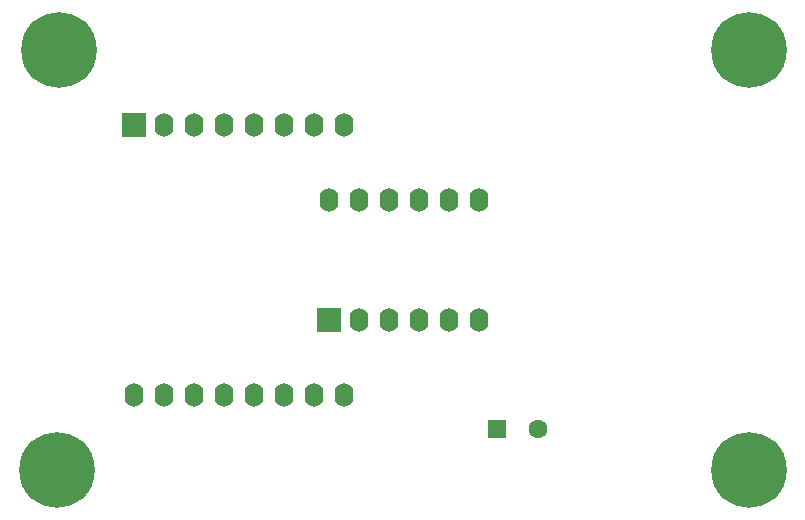
<source format=gts>
G04 #@! TF.GenerationSoftware,KiCad,Pcbnew,9.0.2*
G04 #@! TF.CreationDate,2025-06-10T21:22:11+02:00*
G04 #@! TF.ProjectId,n-teller,6e2d7465-6c6c-4657-922e-6b696361645f,1.0*
G04 #@! TF.SameCoordinates,Original*
G04 #@! TF.FileFunction,Soldermask,Top*
G04 #@! TF.FilePolarity,Negative*
%FSLAX46Y46*%
G04 Gerber Fmt 4.6, Leading zero omitted, Abs format (unit mm)*
G04 Created by KiCad (PCBNEW 9.0.2) date 2025-06-10 21:22:11*
%MOMM*%
%LPD*%
G01*
G04 APERTURE LIST*
G04 Aperture macros list*
%AMRoundRect*
0 Rectangle with rounded corners*
0 $1 Rounding radius*
0 $2 $3 $4 $5 $6 $7 $8 $9 X,Y pos of 4 corners*
0 Add a 4 corners polygon primitive as box body*
4,1,4,$2,$3,$4,$5,$6,$7,$8,$9,$2,$3,0*
0 Add four circle primitives for the rounded corners*
1,1,$1+$1,$2,$3*
1,1,$1+$1,$4,$5*
1,1,$1+$1,$6,$7*
1,1,$1+$1,$8,$9*
0 Add four rect primitives between the rounded corners*
20,1,$1+$1,$2,$3,$4,$5,0*
20,1,$1+$1,$4,$5,$6,$7,0*
20,1,$1+$1,$6,$7,$8,$9,0*
20,1,$1+$1,$8,$9,$2,$3,0*%
G04 Aperture macros list end*
%ADD10RoundRect,0.250000X-0.550000X-0.550000X0.550000X-0.550000X0.550000X0.550000X-0.550000X0.550000X0*%
%ADD11C,1.600000*%
%ADD12R,2.000000X2.000000*%
%ADD13O,1.600000X2.000000*%
%ADD14C,0.800000*%
%ADD15C,6.400000*%
G04 APERTURE END LIST*
D10*
X98075544Y-62625000D03*
D11*
X101575544Y-62625000D03*
D12*
X83820000Y-53340000D03*
D13*
X86360000Y-53340000D03*
X88900000Y-53340000D03*
X91440000Y-53340000D03*
X93980000Y-53340000D03*
X96520000Y-53340000D03*
X96520000Y-43180000D03*
X93980000Y-43180000D03*
X91440000Y-43180000D03*
X88900000Y-43180000D03*
X86360000Y-43180000D03*
X83820000Y-43180000D03*
D14*
X58560000Y-30480000D03*
X59262944Y-28782944D03*
X59262944Y-32177056D03*
X60960000Y-28080000D03*
D15*
X60960000Y-30480000D03*
D14*
X60960000Y-32880000D03*
X62657056Y-28782944D03*
X62657056Y-32177056D03*
X63360000Y-30480000D03*
X58420000Y-66040000D03*
X59122944Y-64342944D03*
X59122944Y-67737056D03*
X60820000Y-63640000D03*
D15*
X60820000Y-66040000D03*
D14*
X60820000Y-68440000D03*
X62517056Y-64342944D03*
X62517056Y-67737056D03*
X63220000Y-66040000D03*
X116980000Y-30480000D03*
X117682944Y-28782944D03*
X117682944Y-32177056D03*
X119380000Y-28080000D03*
D15*
X119380000Y-30480000D03*
D14*
X119380000Y-32880000D03*
X121077056Y-28782944D03*
X121077056Y-32177056D03*
X121780000Y-30480000D03*
X116980000Y-66040000D03*
X117682944Y-64342944D03*
X117682944Y-67737056D03*
X119380000Y-63640000D03*
D15*
X119380000Y-66040000D03*
D14*
X119380000Y-68440000D03*
X121077056Y-64342944D03*
X121077056Y-67737056D03*
X121780000Y-66040000D03*
D12*
X67310000Y-36830000D03*
D13*
X69850000Y-36830000D03*
X72390000Y-36830000D03*
X74930000Y-36830000D03*
X77470000Y-36830000D03*
X80010000Y-36830000D03*
X82550000Y-36830000D03*
X85090000Y-36830000D03*
X85090000Y-59690000D03*
X82550000Y-59690000D03*
X80010000Y-59690000D03*
X77470000Y-59690000D03*
X74930000Y-59690000D03*
X72390000Y-59690000D03*
X69850000Y-59690000D03*
X67310000Y-59690000D03*
M02*

</source>
